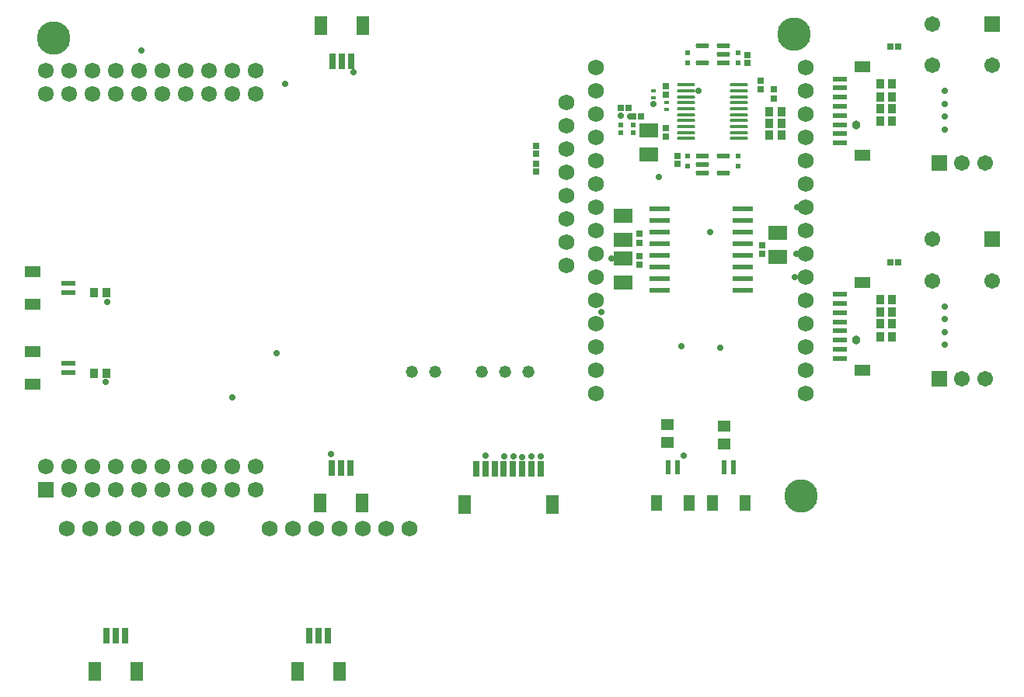
<source format=gbr>
%TF.GenerationSoftware,Altium Limited,Altium Designer,24.2.2 (26)*%
G04 Layer_Color=8388736*
%FSLAX45Y45*%
%MOMM*%
%TF.SameCoordinates,E03CB206-BB87-4E68-BEA4-A169BFC7E2EA*%
%TF.FilePolarity,Negative*%
%TF.FileFunction,Soldermask,Top*%
%TF.Part,CustomerPanel*%
G01*
G75*
%TA.AperFunction,SMDPad,CuDef*%
%ADD10R,1.20000X1.80000*%
%ADD11R,0.60000X1.55000*%
%TA.AperFunction,ConnectorPad*%
%ADD13R,1.55000X0.60000*%
%ADD14R,1.80000X1.20000*%
%TA.AperFunction,SMDPad,CuDef*%
%ADD18R,1.80000X1.20000*%
%ADD19R,1.55000X0.60000*%
%ADD21R,0.50000X0.60560*%
G04:AMPARAMS|DCode=22|XSize=1.95543mm|YSize=0.42077mm|CornerRadius=0.21038mm|HoleSize=0mm|Usage=FLASHONLY|Rotation=0.000|XOffset=0mm|YOffset=0mm|HoleType=Round|Shape=RoundedRectangle|*
%AMROUNDEDRECTD22*
21,1,1.95543,0.00000,0,0,0.0*
21,1,1.53467,0.42077,0,0,0.0*
1,1,0.42077,0.76733,0.00000*
1,1,0.42077,-0.76733,0.00000*
1,1,0.42077,-0.76733,0.00000*
1,1,0.42077,0.76733,0.00000*
%
%ADD22ROUNDEDRECTD22*%
%ADD23R,1.95543X0.42077*%
G04:AMPARAMS|DCode=24|XSize=1.45564mm|YSize=0.56981mm|CornerRadius=0.2849mm|HoleSize=0mm|Usage=FLASHONLY|Rotation=180.000|XOffset=0mm|YOffset=0mm|HoleType=Round|Shape=RoundedRectangle|*
%AMROUNDEDRECTD24*
21,1,1.45564,0.00000,0,0,180.0*
21,1,0.88584,0.56981,0,0,180.0*
1,1,0.56980,-0.44292,0.00000*
1,1,0.56980,0.44292,0.00000*
1,1,0.56980,0.44292,0.00000*
1,1,0.56980,-0.44292,0.00000*
%
%ADD24ROUNDEDRECTD24*%
%ADD25R,1.45564X0.56981*%
%ADD26R,0.57247X0.61535*%
%ADD27R,0.67248X0.71535*%
%ADD28R,0.50000X0.40000*%
%ADD30R,2.31140X0.55880*%
%ADD31R,1.46213X1.25814*%
%TA.AperFunction,ComponentPad*%
%ADD40C,1.32080*%
%TA.AperFunction,SMDPad,CuDef*%
%ADD51R,1.40320X2.00320*%
%ADD52R,0.80320X1.75320*%
%ADD53R,0.90320X1.10320*%
%ADD54R,0.80320X0.75320*%
%ADD55R,0.75320X0.80320*%
%ADD56R,2.00320X1.60320*%
%TA.AperFunction,ComponentPad*%
%ADD57C,1.72720*%
%ADD58C,1.70320*%
%ADD59R,1.70320X1.70320*%
%TA.AperFunction,ViaPad*%
%ADD60C,0.71120*%
%ADD61C,0.96520*%
%ADD62C,3.63220*%
%TA.AperFunction,ComponentPad*%
%ADD63R,1.72320X1.72320*%
%ADD64C,1.72320*%
D10*
X8152719Y3190240D02*
D03*
X7792720D02*
D03*
X7540920Y3189981D02*
D03*
X7180920D02*
D03*
D11*
X8022722Y3577742D02*
D03*
X7922722D02*
D03*
X7410922Y3577478D02*
D03*
X7310923D02*
D03*
D13*
X9179860Y4765560D02*
D03*
Y4865560D02*
D03*
Y4965560D02*
D03*
Y5065560D02*
D03*
Y5165560D02*
D03*
Y5265560D02*
D03*
Y5365560D02*
D03*
Y5465560D02*
D03*
Y7115060D02*
D03*
Y7215060D02*
D03*
Y7315060D02*
D03*
Y7415060D02*
D03*
Y7515060D02*
D03*
Y7615060D02*
D03*
Y7715060D02*
D03*
Y7815060D02*
D03*
D14*
X9432360Y5595560D02*
D03*
Y4635560D02*
D03*
Y7945060D02*
D03*
Y6985060D02*
D03*
D18*
X386080Y5354320D02*
D03*
Y5714319D02*
D03*
Y4483781D02*
D03*
Y4843780D02*
D03*
D19*
X773582Y5484322D02*
D03*
Y5584322D02*
D03*
Y4613778D02*
D03*
Y4713778D02*
D03*
D21*
X8074660Y6863954D02*
D03*
Y6974515D02*
D03*
Y8101076D02*
D03*
Y7990515D02*
D03*
X7520940Y8101076D02*
D03*
Y7990515D02*
D03*
Y6863954D02*
D03*
Y6974515D02*
D03*
D22*
X8085338Y7749616D02*
D03*
Y7684618D02*
D03*
Y7619614D02*
D03*
Y7554615D02*
D03*
Y7489617D02*
D03*
Y7424618D02*
D03*
Y7359614D02*
D03*
Y7294616D02*
D03*
Y7229617D02*
D03*
Y7164619D02*
D03*
X7510262D02*
D03*
Y7229617D02*
D03*
Y7294616D02*
D03*
Y7359614D02*
D03*
Y7424618D02*
D03*
Y7489617D02*
D03*
Y7554615D02*
D03*
Y7619614D02*
D03*
Y7684618D02*
D03*
D23*
Y7749616D02*
D03*
D24*
X7685273Y7989494D02*
D03*
Y8179496D02*
D03*
X7910327D02*
D03*
Y8084495D02*
D03*
Y6975536D02*
D03*
Y6785534D02*
D03*
X7685273D02*
D03*
Y6880535D02*
D03*
D25*
X7910327Y7989494D02*
D03*
X7685273Y6975536D02*
D03*
D26*
X6794500Y7314555D02*
D03*
Y7228840D02*
D03*
X6931660D02*
D03*
Y7314555D02*
D03*
D27*
X8463280Y7602301D02*
D03*
Y7698014D02*
D03*
X7289800Y7183603D02*
D03*
Y7279315D02*
D03*
X8315960Y7794127D02*
D03*
Y7698415D02*
D03*
X7289800Y7736114D02*
D03*
Y7640401D02*
D03*
X6997700Y5884779D02*
D03*
Y5789066D02*
D03*
Y6123132D02*
D03*
Y6027420D02*
D03*
X8336280Y6003752D02*
D03*
Y5908040D02*
D03*
D28*
X7297420Y7559975D02*
D03*
Y7479975D02*
D03*
X7150100Y7605715D02*
D03*
Y7685715D02*
D03*
D30*
X8120380Y5511800D02*
D03*
X7216140D02*
D03*
Y5638800D02*
D03*
Y5765800D02*
D03*
Y5892800D02*
D03*
Y6019800D02*
D03*
Y6146800D02*
D03*
Y6273800D02*
D03*
Y6400800D02*
D03*
X8120380D02*
D03*
Y6273800D02*
D03*
Y6146800D02*
D03*
Y6019800D02*
D03*
Y5892800D02*
D03*
Y5765800D02*
D03*
Y5638800D02*
D03*
D31*
X7924800Y3829141D02*
D03*
Y4024539D02*
D03*
X7305040Y3848100D02*
D03*
Y4043497D02*
D03*
D40*
X5532120Y4620260D02*
D03*
X5786120D02*
D03*
X5278120D02*
D03*
X4770120D02*
D03*
X4516120D02*
D03*
D51*
X1060318Y1353561D02*
D03*
X1520322D02*
D03*
X3270118D02*
D03*
X3730122D02*
D03*
X6050082Y3171038D02*
D03*
X5090079D02*
D03*
X3984122Y8397499D02*
D03*
X3524118D02*
D03*
X3519038Y3184901D02*
D03*
X3979042D02*
D03*
D52*
X1390320Y1741058D02*
D03*
X1290320D02*
D03*
X1190320D02*
D03*
X3600120D02*
D03*
X3500120D02*
D03*
X3400120D02*
D03*
X5920080Y3558540D02*
D03*
X5820080D02*
D03*
X5220081D02*
D03*
X5320081D02*
D03*
X5420081D02*
D03*
X5520080D02*
D03*
X5620080D02*
D03*
X5720080D02*
D03*
X3654120Y8010002D02*
D03*
X3754120D02*
D03*
X3854120D02*
D03*
X3849040Y3572398D02*
D03*
X3749040D02*
D03*
X3649040D02*
D03*
D53*
X9622560Y5267960D02*
D03*
X9752560D02*
D03*
X9622560Y5407660D02*
D03*
X9752560D02*
D03*
X9622560Y5140960D02*
D03*
X9752560D02*
D03*
X9621060Y5001260D02*
D03*
X9751060D02*
D03*
X1056640Y5486400D02*
D03*
X1186642D02*
D03*
X1056640Y4605020D02*
D03*
X1186642D02*
D03*
X8546059Y7452035D02*
D03*
X8416061D02*
D03*
X8546059Y7325035D02*
D03*
X8416061D02*
D03*
X8546059Y7198035D02*
D03*
X8416061D02*
D03*
X9622560Y7617460D02*
D03*
X9752560D02*
D03*
X9622560Y7757160D02*
D03*
X9752560D02*
D03*
X9622560Y7490460D02*
D03*
X9752560D02*
D03*
X9621060Y7350760D02*
D03*
X9751060D02*
D03*
D54*
X9729560Y5814060D02*
D03*
X9814560D02*
D03*
X6882039Y7495215D02*
D03*
X6797040D02*
D03*
X7019199Y7403775D02*
D03*
X6934200D02*
D03*
X9729560Y8163560D02*
D03*
X9814560D02*
D03*
D55*
X5872480Y7083379D02*
D03*
Y6998381D02*
D03*
X8178800Y8076194D02*
D03*
Y7991196D02*
D03*
X7416800Y6889516D02*
D03*
Y6974515D02*
D03*
X5872480Y6885259D02*
D03*
Y6800261D02*
D03*
D56*
X7101840Y7248835D02*
D03*
Y6988835D02*
D03*
X8506460Y5872480D02*
D03*
Y6132479D02*
D03*
X6817360Y6060440D02*
D03*
Y6320439D02*
D03*
Y5592161D02*
D03*
Y5852160D02*
D03*
D57*
X761594Y2910987D02*
D03*
X1015594D02*
D03*
X1269594D02*
D03*
X1523594D02*
D03*
X1777594D02*
D03*
X2031594D02*
D03*
X2285594D02*
D03*
X2971394D02*
D03*
X3225394D02*
D03*
X3479394D02*
D03*
X3733394D02*
D03*
X3987394D02*
D03*
X4241394D02*
D03*
X4495394D02*
D03*
X6200140Y7556500D02*
D03*
Y7302500D02*
D03*
Y7048500D02*
D03*
Y6794500D02*
D03*
Y6540500D02*
D03*
Y6286500D02*
D03*
Y6032500D02*
D03*
Y5778500D02*
D03*
X6525260Y7937500D02*
D03*
Y7683500D02*
D03*
Y7429500D02*
D03*
Y7175500D02*
D03*
Y6921500D02*
D03*
Y6667500D02*
D03*
Y6413500D02*
D03*
Y6159500D02*
D03*
Y5905500D02*
D03*
Y5651500D02*
D03*
Y5397500D02*
D03*
Y5143500D02*
D03*
Y4889500D02*
D03*
Y4635500D02*
D03*
Y4381500D02*
D03*
X8811260D02*
D03*
Y4635500D02*
D03*
Y4889500D02*
D03*
Y5143500D02*
D03*
Y5397500D02*
D03*
Y5651500D02*
D03*
Y5905500D02*
D03*
Y6159500D02*
D03*
Y6413500D02*
D03*
Y6667500D02*
D03*
Y6921500D02*
D03*
Y7175500D02*
D03*
Y7429500D02*
D03*
Y7683500D02*
D03*
Y7937500D02*
D03*
D58*
X10763060Y4544060D02*
D03*
X10513060D02*
D03*
X10838060Y5614460D02*
D03*
X10188060D02*
D03*
Y6064460D02*
D03*
X10763060Y6893560D02*
D03*
X10513060D02*
D03*
X10838060Y7963960D02*
D03*
X10188060D02*
D03*
Y8413960D02*
D03*
D59*
X10263060Y4544060D02*
D03*
X10838060Y6064460D02*
D03*
X10263060Y6893560D02*
D03*
X10838060Y8413960D02*
D03*
D60*
X10322560Y4912360D02*
D03*
Y5052060D02*
D03*
Y5191760D02*
D03*
Y5331460D02*
D03*
X3639820Y3721100D02*
D03*
X3881120Y7889240D02*
D03*
X1567180Y8125460D02*
D03*
X2560320Y4343400D02*
D03*
X1196340Y5384800D02*
D03*
X1183640Y4505960D02*
D03*
X5320792Y3702812D02*
D03*
X5527040Y3695700D02*
D03*
X5623560Y3700780D02*
D03*
X5722620Y3690620D02*
D03*
X5821329Y3692809D02*
D03*
X5920740Y3700780D02*
D03*
X3040380Y4823460D02*
D03*
X6583456Y5270500D02*
D03*
X6692900Y5852160D02*
D03*
X7477760Y3708400D02*
D03*
X8689340Y5651500D02*
D03*
X8704580Y5905500D02*
D03*
X6797040Y7410450D02*
D03*
X6893331Y7403775D02*
D03*
X7211060Y6741160D02*
D03*
X8714740Y6413500D02*
D03*
X7457440Y4896348D02*
D03*
X7767320Y6146800D02*
D03*
X7876540Y4881880D02*
D03*
X3139440Y7759700D02*
D03*
X7640320Y7683500D02*
D03*
X7150100Y7543800D02*
D03*
X10322560Y7261860D02*
D03*
Y7401560D02*
D03*
Y7541260D02*
D03*
Y7680960D02*
D03*
D61*
X9357360Y4963160D02*
D03*
Y7312660D02*
D03*
D62*
X614680Y8262620D02*
D03*
X8684260Y8305800D02*
D03*
X8755380Y3268980D02*
D03*
D63*
X528320Y3335020D02*
D03*
D64*
X782320D02*
D03*
X1036320D02*
D03*
X1290320D02*
D03*
X1544320D02*
D03*
X1798320D02*
D03*
X2052320D02*
D03*
X2306320D02*
D03*
X2560320D02*
D03*
X2814320D02*
D03*
X528320Y7907020D02*
D03*
Y3589020D02*
D03*
Y7653020D02*
D03*
X782320Y7907020D02*
D03*
Y3589020D02*
D03*
Y7653020D02*
D03*
X1036320Y7907020D02*
D03*
Y3589020D02*
D03*
Y7653020D02*
D03*
X1290320Y7907020D02*
D03*
Y3589020D02*
D03*
Y7653020D02*
D03*
X1544320Y7907020D02*
D03*
Y3589020D02*
D03*
Y7653020D02*
D03*
X1798320Y7907020D02*
D03*
Y3589020D02*
D03*
Y7653020D02*
D03*
X2052320Y7907020D02*
D03*
Y3589020D02*
D03*
Y7653020D02*
D03*
X2306320Y7907020D02*
D03*
Y3589020D02*
D03*
Y7653020D02*
D03*
X2560320Y7907020D02*
D03*
Y3589020D02*
D03*
Y7653020D02*
D03*
X2814320Y7907020D02*
D03*
Y3589020D02*
D03*
Y7653020D02*
D03*
%TF.MD5,12fbb072e5f4812b45b0c3f440b48d03*%
M02*

</source>
